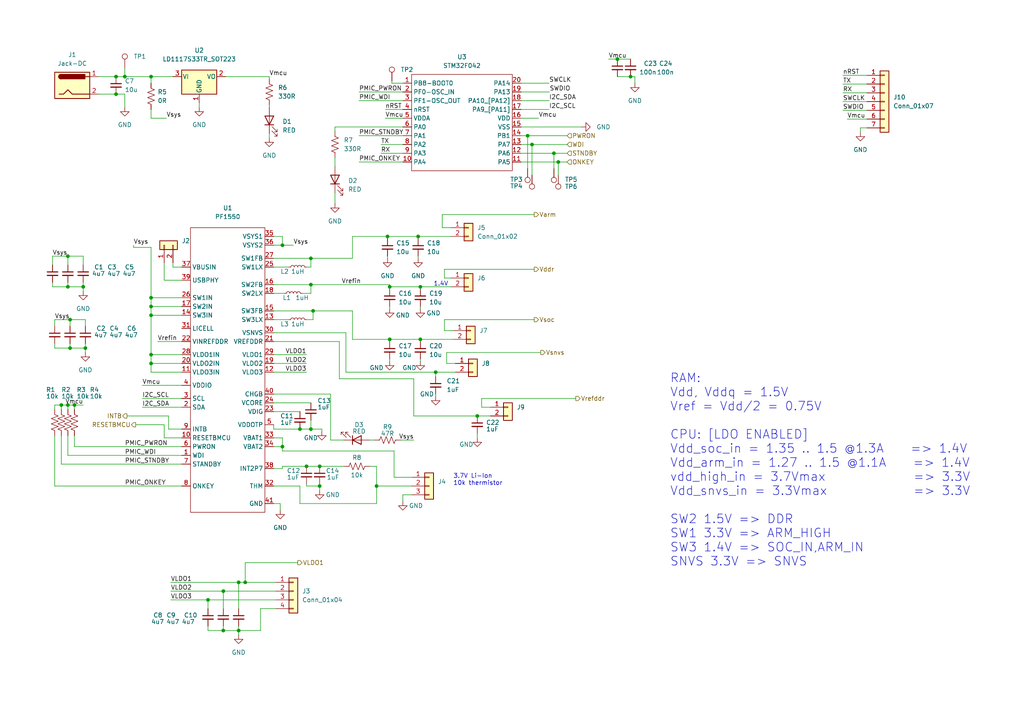
<source format=kicad_sch>
(kicad_sch (version 20211123) (generator eeschema)
  (paper "A4")
  (lib_symbols
    (symbol "Connector:Jack-DC" (pin_names (offset 1.016))
      (property "Reference" "J" (at 0 5.334 0))
      (property "Value" "Jack-DC" (at 0 -5.08 0))
      (symbol "Jack-DC_0_1"
        (rectangle (start -5.08 3.81) (end 5.08 -3.81) (stroke (width 0.254)) (fill (type background)))
        (arc (start -3.302 3.175) (mid -3.937 2.54) (end -3.302 1.905) (stroke (width 0.254)))
        (arc (start -3.302 3.175) (mid -3.937 2.54) (end -3.302 1.905) (stroke (width 0.254)) (fill (type outline)))
        (polyline (pts (xy 5.08 2.54) (xy 3.81 2.54)) (stroke (width 0.254)))
        (polyline (pts (xy -3.81 -2.54) (xy -2.54 -2.54) (xy -1.27 -1.27) (xy 0 -2.54) (xy 2.54 -2.54) (xy 5.08 -2.54)) (stroke (width 0.254)))
        (rectangle (start 3.683 3.175) (end -3.302 1.905) (stroke (width 0.254)) (fill (type outline)))
      )
      (symbol "Jack-DC_1_1"
        (pin passive line (at 7.62 2.54 180) (length 2.54) (name "~") (number "1"))
        (pin passive line (at 7.62 -2.54 180) (length 2.54) (name "~") (number "2"))
      )
    )
    (symbol "Connector:TestPoint" (pin_numbers hide) (pin_names (offset 0.762) hide)
      (property "Reference" "TP" (at 0 6.858 0))
      (property "Value" "TestPoint" (at 0 5.08 0))
      (symbol "TestPoint_0_1"
        (circle (center 0 3.302) (radius 0.762))
      )
      (symbol "TestPoint_1_1"
        (pin passive line (at 0 0 90) (length 2.54) (name "1") (number "1"))
      )
    )
    (symbol "Connector_Generic:Conn_01x02" (pin_names (offset 1.016) hide)
      (property "Reference" "J" (at 0 2.54 0))
      (property "Value" "Conn_01x02" (at 0 -5.08 0))
      (symbol "Conn_01x02_1_1"
        (rectangle (start -1.27 -2.413) (end 0 -2.667) (stroke (width 0.1524)))
        (rectangle (start -1.27 0.127) (end 0 -0.127) (stroke (width 0.1524)))
        (rectangle (start -1.27 1.27) (end 1.27 -3.81) (stroke (width 0.254)) (fill (type background)))
        (pin passive line (at -5.08 0 0) (length 3.81) (name "Pin_1") (number "1"))
        (pin passive line (at -5.08 -2.54 0) (length 3.81) (name "Pin_2") (number "2"))
      )
    )
    (symbol "Connector_Generic:Conn_01x03" (pin_names (offset 1.016) hide)
      (property "Reference" "J" (at 0 5.08 0))
      (property "Value" "Conn_01x03" (at 0 -5.08 0))
      (symbol "Conn_01x03_1_1"
        (rectangle (start -1.27 -2.413) (end 0 -2.667) (stroke (width 0.1524)))
        (rectangle (start -1.27 0.127) (end 0 -0.127) (stroke (width 0.1524)))
        (rectangle (start -1.27 2.667) (end 0 2.413) (stroke (width 0.1524)))
        (rectangle (start -1.27 3.81) (end 1.27 -3.81) (stroke (width 0.254)) (fill (type background)))
        (pin passive line (at -5.08 2.54 0) (length 3.81) (name "Pin_1") (number "1"))
        (pin passive line (at -5.08 0 0) (length 3.81) (name "Pin_2") (number "2"))
        (pin passive line (at -5.08 -2.54 0) (length 3.81) (name "Pin_3") (number "3"))
      )
    )
    (symbol "Connector_Generic:Conn_01x04" (pin_names (offset 1.016) hide)
      (property "Reference" "J" (at 0 5.08 0))
      (property "Value" "Conn_01x04" (at 0 -7.62 0))
      (symbol "Conn_01x04_1_1"
        (rectangle (start -1.27 -4.953) (end 0 -5.207) (stroke (width 0.1524)))
        (rectangle (start -1.27 -2.413) (end 0 -2.667) (stroke (width 0.1524)))
        (rectangle (start -1.27 0.127) (end 0 -0.127) (stroke (width 0.1524)))
        (rectangle (start -1.27 2.667) (end 0 2.413) (stroke (width 0.1524)))
        (rectangle (start -1.27 3.81) (end 1.27 -6.35) (stroke (width 0.254)) (fill (type background)))
        (pin passive line (at -5.08 2.54 0) (length 3.81) (name "Pin_1") (number "1"))
        (pin passive line (at -5.08 0 0) (length 3.81) (name "Pin_2") (number "2"))
        (pin passive line (at -5.08 -2.54 0) (length 3.81) (name "Pin_3") (number "3"))
        (pin passive line (at -5.08 -5.08 0) (length 3.81) (name "Pin_4") (number "4"))
      )
    )
    (symbol "Connector_Generic:Conn_01x07" (pin_names (offset 1.016) hide)
      (property "Reference" "J" (at 0 10.16 0))
      (property "Value" "Conn_01x07" (at 0 -10.16 0))
      (symbol "Conn_01x07_1_1"
        (rectangle (start -1.27 -7.493) (end 0 -7.747) (stroke (width 0.1524)))
        (rectangle (start -1.27 -4.953) (end 0 -5.207) (stroke (width 0.1524)))
        (rectangle (start -1.27 -2.413) (end 0 -2.667) (stroke (width 0.1524)))
        (rectangle (start -1.27 0.127) (end 0 -0.127) (stroke (width 0.1524)))
        (rectangle (start -1.27 2.667) (end 0 2.413) (stroke (width 0.1524)))
        (rectangle (start -1.27 5.207) (end 0 4.953) (stroke (width 0.1524)))
        (rectangle (start -1.27 7.747) (end 0 7.493) (stroke (width 0.1524)))
        (rectangle (start -1.27 8.89) (end 1.27 -8.89) (stroke (width 0.254)) (fill (type background)))
        (pin passive line (at -5.08 7.62 0) (length 3.81) (name "Pin_1") (number "1"))
        (pin passive line (at -5.08 5.08 0) (length 3.81) (name "Pin_2") (number "2"))
        (pin passive line (at -5.08 2.54 0) (length 3.81) (name "Pin_3") (number "3"))
        (pin passive line (at -5.08 0 0) (length 3.81) (name "Pin_4") (number "4"))
        (pin passive line (at -5.08 -2.54 0) (length 3.81) (name "Pin_5") (number "5"))
        (pin passive line (at -5.08 -5.08 0) (length 3.81) (name "Pin_6") (number "6"))
        (pin passive line (at -5.08 -7.62 0) (length 3.81) (name "Pin_7") (number "7"))
      )
    )
    (symbol "Device:C_Small" (pin_numbers hide) (pin_names (offset 0.254) hide)
      (property "Reference" "C" (at 0.254 1.778 0))
      (property "Value" "C_Small" (at 0.254 -2.032 0))
      (symbol "C_Small_0_1"
        (polyline (pts (xy -1.524 -0.508) (xy 1.524 -0.508)) (stroke (width 0.3302)))
        (polyline (pts (xy -1.524 0.508) (xy 1.524 0.508)) (stroke (width 0.3048)))
      )
      (symbol "C_Small_1_1"
        (pin passive line (at 0 2.54 270) (length 2.032) (name "~") (number "1"))
        (pin passive line (at 0 -2.54 90) (length 2.032) (name "~") (number "2"))
      )
    )
    (symbol "Device:LED" (pin_numbers hide) (pin_names (offset 1.016) hide)
      (property "Reference" "D" (at 0 2.54 0))
      (property "Value" "LED" (at 0 -2.54 0))
      (symbol "LED_0_1"
        (polyline (pts (xy -1.27 -1.27) (xy -1.27 1.27)) (stroke (width 0.254)))
        (polyline (pts (xy -1.27 0) (xy 1.27 0)))
        (polyline (pts (xy 1.27 -1.27) (xy 1.27 1.27) (xy -1.27 0) (xy 1.27 -1.27)) (stroke (width 0.254)))
        (polyline (pts (xy -3.048 -0.762) (xy -4.572 -2.286) (xy -3.81 -2.286) (xy -4.572 -2.286) (xy -4.572 -1.524)))
        (polyline (pts (xy -1.778 -0.762) (xy -3.302 -2.286) (xy -2.54 -2.286) (xy -3.302 -2.286) (xy -3.302 -1.524)))
      )
      (symbol "LED_1_1"
        (pin passive line (at -3.81 0 0) (length 2.54) (name "K") (number "1"))
        (pin passive line (at 3.81 0 180) (length 2.54) (name "A") (number "2"))
      )
    )
    (symbol "Device:L_Small" (pin_numbers hide) (pin_names (offset 0.254) hide)
      (property "Reference" "L" (at 0.762 1.016 0))
      (property "Value" "L_Small" (at 0.762 -1.016 0))
      (symbol "L_Small_0_1"
        (arc (start 0 -2.032) (mid 0.508 -1.524) (end 0 -1.016))
        (arc (start 0 -1.016) (mid 0.508 -0.508) (end 0 0))
        (arc (start 0 0) (mid 0.508 0.508) (end 0 1.016))
        (arc (start 0 1.016) (mid 0.508 1.524) (end 0 2.032))
      )
      (symbol "L_Small_1_1"
        (pin passive line (at 0 2.54 270) (length 0.508) (name "~") (number "1"))
        (pin passive line (at 0 -2.54 90) (length 0.508) (name "~") (number "2"))
      )
    )
    (symbol "Device:R_US" (pin_numbers hide) (pin_names (offset 0))
      (property "Reference" "R" (at 2.54 0 90))
      (property "Value" "R_US" (at -2.54 0 90))
      (symbol "R_US_0_1"
        (polyline (pts (xy 0 -2.286) (xy 0 -2.54)))
        (polyline (pts (xy 0 2.286) (xy 0 2.54)))
        (polyline (pts (xy 0 -0.762) (xy 1.016 -1.143) (xy 0 -1.524) (xy -1.016 -1.905) (xy 0 -2.286)))
        (polyline (pts (xy 0 0.762) (xy 1.016 0.381) (xy 0 0) (xy -1.016 -0.381) (xy 0 -0.762)))
        (polyline (pts (xy 0 2.286) (xy 1.016 1.905) (xy 0 1.524) (xy -1.016 1.143) (xy 0 0.762)))
      )
      (symbol "R_US_1_1"
        (pin passive line (at 0 3.81 270) (length 1.27) (name "~") (number "1"))
        (pin passive line (at 0 -3.81 90) (length 1.27) (name "~") (number "2"))
      )
    )
    (symbol "Regulator_Linear:LD1117S33TR_SOT223" (pin_names (offset 0.254))
      (property "Reference" "U" (at -3.81 3.175 0))
      (property "Value" "LD1117S33TR_SOT223" (at 0 3.175 0))
      (symbol "LD1117S33TR_SOT223_0_1"
        (rectangle (start -5.08 -5.08) (end 5.08 1.905) (stroke (width 0.254)) (fill (type background)))
      )
      (symbol "LD1117S33TR_SOT223_1_1"
        (pin power_in line (at 0 -7.62 90) (length 2.54) (name "GND") (number "1"))
        (pin power_out line (at 7.62 0 180) (length 2.54) (name "VO") (number "2"))
        (pin power_in line (at -7.62 0 0) (length 2.54) (name "VI") (number "3"))
      )
    )
    (symbol "power:GND" (power) (pin_names (offset 0))
      (property "Value" "GND" (at 0 -3.81 0))
      (symbol "GND_0_1"
        (polyline (pts (xy 0 0) (xy 0 -1.27) (xy 1.27 -1.27) (xy 0 -2.54) (xy -1.27 -1.27) (xy 0 -1.27)))
      )
      (symbol "GND_1_1"
        (pin power_in line (at 0 0 270) (length 0) hide (name "GND") (number "1"))
      )
    )
    (symbol "zbop:PF1550"
      (property "Reference" "U" (at 0 0 0))
      (property "Value" "PF1550" (at 0 0 0))
      (symbol "PF1550_0_1"
        (rectangle (start 21.59 -83.82) (end 0 -1.27))
      )
      (symbol "PF1550_1_1"
        (pin input line (at -2.54 -67.31 0) (length 2.54) (name "WDI") (number "1"))
        (pin input line (at -2.54 -62.23 0) (length 2.54) (name "RESETBMCU") (number "10"))
        (pin input line (at -2.54 -43.18 0) (length 2.54) (name "VLDO3IN") (number "11"))
        (pin input line (at 24.13 -43.18 180) (length 2.54) (name "VLDO3") (number "12"))
        (pin input line (at 24.13 -27.94 180) (length 2.54) (name "SW3LX") (number "13"))
        (pin input line (at -2.54 -26.67 0) (length 2.54) (name "SW3IN") (number "14"))
        (pin input line (at 24.13 -25.4 180) (length 2.54) (name "SW3FB") (number "15"))
        (pin input line (at 24.13 -17.78 180) (length 2.54) (name "SW2FB") (number "16"))
        (pin input line (at -2.54 -24.13 0) (length 2.54) (name "SW2IN") (number "17"))
        (pin input line (at 24.13 -20.32 180) (length 2.54) (name "SW2LX") (number "18"))
        (pin input line (at 24.13 -40.64 180) (length 2.54) (name "VLDO2") (number "19"))
        (pin input line (at -2.54 -53.34 0) (length 2.54) (name "SDA") (number "2"))
        (pin input line (at -2.54 -40.64 0) (length 2.54) (name "VLDO2IN") (number "20"))
        (pin input line (at 24.13 -34.29 180) (length 2.54) (name "VREFDDR") (number "21"))
        (pin input line (at -2.54 -34.29 0) (length 2.54) (name "VINREFDDR") (number "22"))
        (pin input line (at 24.13 -54.61 180) (length 2.54) (name "VDIG") (number "23"))
        (pin input line (at 24.13 -52.07 180) (length 2.54) (name "VCORE") (number "24"))
        (pin input line (at 24.13 -12.7 180) (length 2.54) (name "SW1LX") (number "25"))
        (pin input line (at -2.54 -21.59 0) (length 2.54) (name "SW1IN") (number "26"))
        (pin input line (at 24.13 -10.16 180) (length 2.54) (name "SW1FB") (number "27"))
        (pin input line (at -2.54 -38.1 0) (length 2.54) (name "VLDO1IN") (number "28"))
        (pin input line (at 24.13 -38.1 180) (length 2.54) (name "VLDO1") (number "29"))
        (pin input line (at -2.54 -50.8 0) (length 2.54) (name "SCL") (number "3"))
        (pin input line (at 24.13 -31.75 180) (length 2.54) (name "VSNVS") (number "30"))
        (pin input line (at -2.54 -30.48 0) (length 2.54) (name "LICELL") (number "31"))
        (pin input line (at 24.13 -76.2 180) (length 2.54) (name "THM") (number "32"))
        (pin input line (at 24.13 -62.23 180) (length 2.54) (name "VBAT1") (number "33"))
        (pin input line (at 24.13 -64.77 180) (length 2.54) (name "VBAT2") (number "34"))
        (pin input line (at 24.13 -3.81 180) (length 2.54) (name "VSYS1") (number "35"))
        (pin input line (at 24.13 -6.35 180) (length 2.54) (name "VSYS2") (number "36"))
        (pin input line (at -2.54 -12.7 0) (length 2.54) (name "VBUSIN") (number "37"))
        (pin input line (at 24.13 -71.12 180) (length 2.54) (name "INT2P7") (number "38"))
        (pin input line (at -2.54 -16.51 0) (length 2.54) (name "USBPHY") (number "39"))
        (pin input line (at -2.54 -46.99 0) (length 2.54) (name "VDDIO") (number "4"))
        (pin input line (at 24.13 -49.53 180) (length 2.54) (name "CHGB") (number "40"))
        (pin input line (at 24.13 -81.28 180) (length 2.54) (name "GND") (number "41"))
        (pin input line (at 24.13 -58.42 180) (length 2.54) (name "VDDOTP") (number "5"))
        (pin input line (at -2.54 -64.77 0) (length 2.54) (name "PWRON") (number "6"))
        (pin input line (at -2.54 -69.85 0) (length 2.54) (name "STANDBY") (number "7"))
        (pin input line (at -2.54 -76.2 0) (length 2.54) (name "ONKEY") (number "8"))
        (pin input line (at -2.54 -59.69 0) (length 2.54) (name "INTB") (number "9"))
      )
    )
    (symbol "zbop:STM32F042"
      (property "Reference" "U" (at 0 0 0))
      (property "Value" "STM32F042" (at 0 1.27 0))
      (symbol "STM32F042_0_1"
        (rectangle (start -16.51 -30.48) (end 12.7 -2.54))
      )
      (symbol "STM32F042_1_1"
        (pin input line (at -19.05 -5.08 0) (length 2.54) (name "PB8-BOOT0") (number "1"))
        (pin input line (at -19.05 -27.94 0) (length 2.54) (name "PA4") (number "10"))
        (pin input line (at 15.24 -27.94 180) (length 2.54) (name "PA5") (number "11"))
        (pin input line (at 15.24 -25.4 180) (length 2.54) (name "PA6") (number "12"))
        (pin input line (at 15.24 -22.86 180) (length 2.54) (name "PA7") (number "13"))
        (pin input line (at 15.24 -20.32 180) (length 2.54) (name "PB1") (number "14"))
        (pin input line (at 15.24 -17.78 180) (length 2.54) (name "VSS") (number "15"))
        (pin input line (at 15.24 -15.24 180) (length 2.54) (name "VDD") (number "16"))
        (pin input line (at 15.24 -12.7 180) (length 2.54) (name "PA9_[PA11]") (number "17"))
        (pin input line (at 15.24 -10.16 180) (length 2.54) (name "PA10_[PA12]") (number "18"))
        (pin input line (at 15.24 -7.62 180) (length 2.54) (name "PA13") (number "19"))
        (pin input line (at -19.05 -7.62 0) (length 2.54) (name "PF0-OSC_IN") (number "2"))
        (pin input line (at 15.24 -5.08 180) (length 2.54) (name "PA14") (number "20"))
        (pin input line (at -19.05 -10.16 0) (length 2.54) (name "PF1-OSC_OUT") (number "3"))
        (pin input line (at -19.05 -12.7 0) (length 2.54) (name "nRST") (number "4"))
        (pin input line (at -19.05 -15.24 0) (length 2.54) (name "VDDA") (number "5"))
        (pin input line (at -19.05 -17.78 0) (length 2.54) (name "PA0") (number "6"))
        (pin input line (at -19.05 -20.32 0) (length 2.54) (name "PA1") (number "7"))
        (pin input line (at -19.05 -22.86 0) (length 2.54) (name "PA2") (number "8"))
        (pin input line (at -19.05 -25.4 0) (length 2.54) (name "PA3") (number "9"))
      )
    )
  )
  (junction (at 113.03 83.185))
  (junction (at 92.71 140.97))
  (junction (at 153.035 39.37))
  (junction (at 20.32 100.965))
  (junction (at 20.32 92.71))
  (junction (at 161.925 46.99))
  (junction (at 182.88 22.225))
  (junction (at 43.815 105.41))
  (junction (at 43.815 88.9))
  (junction (at 17.78 117.475))
  (junction (at 138.43 120.65))
  (junction (at 179.07 17.145))
  (junction (at 43.815 22.225))
  (junction (at 64.77 182.88))
  (junction (at 81.915 71.12))
  (junction (at 19.685 117.475))
  (junction (at 121.92 83.185))
  (junction (at 81.915 129.54))
  (junction (at 90.17 82.55))
  (junction (at 88.9 135.255))
  (junction (at 21.59 117.475))
  (junction (at 64.77 171.45))
  (junction (at 126.365 107.95))
  (junction (at 90.17 124.46))
  (junction (at 113.03 98.425))
  (junction (at 69.215 168.91))
  (junction (at 71.12 168.91))
  (junction (at 160.655 44.45))
  (junction (at 121.285 68.58))
  (junction (at 92.71 135.255))
  (junction (at 86.995 124.46))
  (junction (at 69.215 182.88))
  (junction (at 121.92 98.425))
  (junction (at 19.685 83.185))
  (junction (at 43.815 102.87))
  (junction (at 33.655 27.305))
  (junction (at 90.17 74.93))
  (junction (at 112.395 68.58))
  (junction (at 36.195 22.225))
  (junction (at 33.655 22.225))
  (junction (at 43.815 86.36))
  (junction (at 154.305 41.91))
  (junction (at 90.805 90.17))
  (junction (at 43.815 91.44))
  (junction (at 24.765 100.965))
  (junction (at 109.22 140.97))
  (junction (at 24.13 83.185))
  (junction (at 19.685 74.295))
  (junction (at 60.325 173.99))
  (wire (pts (xy 60.325 173.99) (xy 80.01 173.99)))
  (wire (pts (xy 110.49 44.45) (xy 116.84 44.45)))
  (wire (pts (xy 78.105 30.48) (xy 78.105 31.115)))
  (wire (pts (xy 15.24 74.295) (xy 19.685 74.295)))
  (wire (pts (xy 78.105 38.735) (xy 78.105 40.005)))
  (wire (pts (xy 81.915 135.89) (xy 81.915 135.255)))
  (wire (pts (xy 20.32 92.71) (xy 20.32 94.615)))
  (wire (pts (xy 184.15 22.225) (xy 184.15 24.13)))
  (wire (pts (xy 41.275 111.76) (xy 52.705 111.76)))
  (wire (pts (xy 43.815 105.41) (xy 52.705 105.41)))
  (wire (pts (xy 182.88 22.225) (xy 184.15 22.225)))
  (wire (pts (xy 120.015 120.65) (xy 138.43 120.65)))
  (wire (pts (xy 79.375 74.93) (xy 90.17 74.93)))
  (wire (pts (xy 15.875 118.745) (xy 15.875 117.475)))
  (wire (pts (xy 24.765 92.71) (xy 20.32 92.71)))
  (wire (pts (xy 151.13 36.83) (xy 168.656 36.83)))
  (wire (pts (xy 90.17 74.93) (xy 102.235 74.93)))
  (wire (pts (xy 49.53 168.91) (xy 69.215 168.91)))
  (wire (pts (xy 110.49 41.91) (xy 116.84 41.91)))
  (wire (pts (xy 41.275 115.57) (xy 52.705 115.57)))
  (wire (pts (xy 43.815 34.29) (xy 48.26 34.29)))
  (wire (pts (xy 79.375 90.17) (xy 90.805 90.17)))
  (wire (pts (xy 128.27 66.04) (xy 128.27 62.23)))
  (wire (pts (xy 65.405 22.225) (xy 78.105 22.225)))
  (wire (pts (xy 19.685 126.365) (xy 19.685 132.08)))
  (wire (pts (xy 79.375 102.87) (xy 88.9 102.87)))
  (wire (pts (xy 128.905 95.885) (xy 128.905 92.71)))
  (wire (pts (xy 90.805 90.17) (xy 90.805 92.71)))
  (wire (pts (xy 92.71 140.97) (xy 92.71 142.24)))
  (wire (pts (xy 251.46 37.084) (xy 249.555 37.084)))
  (wire (pts (xy 43.815 88.9) (xy 43.815 86.36)))
  (wire (pts (xy 151.13 31.75) (xy 159.258 31.75)))
  (wire (pts (xy 43.815 31.75) (xy 43.815 34.29)))
  (wire (pts (xy 109.22 146.05) (xy 109.22 140.97)))
  (wire (pts (xy 154.305 41.91) (xy 154.305 50.8)))
  (wire (pts (xy 69.215 168.91) (xy 69.215 176.53)))
  (wire (pts (xy 113.03 88.9) (xy 113.03 89.535)))
  (wire (pts (xy 113.03 98.425) (xy 113.03 99.06)))
  (wire (pts (xy 95.885 114.3) (xy 95.885 127.635)))
  (wire (pts (xy 160.655 44.45) (xy 164.465 44.45)))
  (wire (pts (xy 79.375 124.46) (xy 86.995 124.46)))
  (wire (pts (xy 128.905 80.645) (xy 130.81 80.645)))
  (wire (pts (xy 86.995 146.05) (xy 109.22 146.05)))
  (wire (pts (xy 128.905 92.71) (xy 154.94 92.71)))
  (wire (pts (xy 112.395 74.295) (xy 112.395 74.93)))
  (wire (pts (xy 131.445 95.885) (xy 128.905 95.885)))
  (wire (pts (xy 154.305 41.91) (xy 164.465 41.91)))
  (wire (pts (xy 120.015 109.855) (xy 120.015 120.65)))
  (wire (pts (xy 130.81 66.04) (xy 128.27 66.04)))
  (wire (pts (xy 119.38 143.51) (xy 116.84 143.51)))
  (wire (pts (xy 15.24 81.915) (xy 15.24 83.185)))
  (wire (pts (xy 79.375 92.71) (xy 83.82 92.71)))
  (wire (pts (xy 79.375 119.38) (xy 86.995 119.38)))
  (wire (pts (xy 15.875 117.475) (xy 17.78 117.475)))
  (wire (pts (xy 24.13 81.915) (xy 24.13 83.185)))
  (wire (pts (xy 244.475 32.004) (xy 251.46 32.004)))
  (wire (pts (xy 90.17 77.47) (xy 88.9 77.47)))
  (wire (pts (xy 128.905 80.645) (xy 128.905 78.105)))
  (wire (pts (xy 19.685 132.08) (xy 52.705 132.08)))
  (wire (pts (xy 160.655 44.45) (xy 160.655 48.895)))
  (wire (pts (xy 50.165 77.47) (xy 50.165 76.2)))
  (wire (pts (xy 28.575 22.225) (xy 33.655 22.225)))
  (wire (pts (xy 88.9 140.97) (xy 92.71 140.97)))
  (wire (pts (xy 24.765 94.615) (xy 24.765 92.71)))
  (wire (pts (xy 126.365 107.95) (xy 132.08 107.95)))
  (wire (pts (xy 88.9 135.255) (xy 92.71 135.255)))
  (wire (pts (xy 151.13 29.21) (xy 159.258 29.21)))
  (wire (pts (xy 43.815 86.36) (xy 52.705 86.36)))
  (wire (pts (xy 153.035 39.37) (xy 153.035 48.895)))
  (wire (pts (xy 90.17 124.46) (xy 93.345 124.46)))
  (wire (pts (xy 121.92 98.425) (xy 121.92 99.06)))
  (wire (pts (xy 64.77 182.88) (xy 69.215 182.88)))
  (wire (pts (xy 33.655 27.305) (xy 36.195 27.305)))
  (wire (pts (xy 142.24 118.11) (xy 139.7 118.11)))
  (wire (pts (xy 33.655 22.225) (xy 36.195 22.225)))
  (wire (pts (xy 97.155 36.83) (xy 97.155 38.1)))
  (wire (pts (xy 104.14 39.37) (xy 116.84 39.37)))
  (wire (pts (xy 109.22 140.97) (xy 119.38 140.97)))
  (wire (pts (xy 79.375 105.41) (xy 88.9 105.41)))
  (wire (pts (xy 153.035 39.37) (xy 164.465 39.37)))
  (wire (pts (xy 126.365 114.3) (xy 126.365 114.935)))
  (wire (pts (xy 102.235 90.17) (xy 102.235 98.425)))
  (wire (pts (xy 19.685 117.475) (xy 19.685 118.745)))
  (wire (pts (xy 121.285 68.58) (xy 121.285 69.215)))
  (wire (pts (xy 109.22 140.97) (xy 109.22 135.255)))
  (wire (pts (xy 129.54 102.235) (xy 156.845 102.235)))
  (wire (pts (xy 79.375 82.55) (xy 90.17 82.55)))
  (wire (pts (xy 43.815 102.87) (xy 52.705 102.87)))
  (wire (pts (xy 69.215 181.61) (xy 69.215 182.88)))
  (wire (pts (xy 113.665 24.13) (xy 113.665 23.495)))
  (wire (pts (xy 43.815 91.44) (xy 52.705 91.44)))
  (wire (pts (xy 79.375 129.54) (xy 81.915 129.54)))
  (wire (pts (xy 121.285 74.295) (xy 121.285 74.93)))
  (wire (pts (xy 81.915 135.255) (xy 88.9 135.255)))
  (wire (pts (xy 112.395 68.58) (xy 112.395 69.215)))
  (wire (pts (xy 64.77 181.61) (xy 64.77 182.88)))
  (wire (pts (xy 88.9 92.71) (xy 90.805 92.71)))
  (wire (pts (xy 249.555 37.084) (xy 249.555 38.354)))
  (wire (pts (xy 138.43 120.65) (xy 142.24 120.65)))
  (wire (pts (xy 151.13 46.99) (xy 161.925 46.99)))
  (wire (pts (xy 15.875 100.965) (xy 20.32 100.965)))
  (wire (pts (xy 43.815 91.44) (xy 43.815 102.87)))
  (wire (pts (xy 251.46 26.924) (xy 244.475 26.924)))
  (wire (pts (xy 79.375 146.05) (xy 81.28 146.05)))
  (wire (pts (xy 121.92 88.9) (xy 121.92 89.535)))
  (wire (pts (xy 244.475 21.844) (xy 251.46 21.844)))
  (wire (pts (xy 100.33 96.52) (xy 100.33 107.95)))
  (wire (pts (xy 69.215 168.91) (xy 71.12 168.91)))
  (wire (pts (xy 38.735 71.12) (xy 38.735 71.755)))
  (wire (pts (xy 79.375 123.19) (xy 79.375 124.46)))
  (wire (pts (xy 79.375 71.12) (xy 81.915 71.12)))
  (wire (pts (xy 90.17 82.55) (xy 113.03 82.55)))
  (wire (pts (xy 24.765 100.965) (xy 24.765 102.235)))
  (wire (pts (xy 19.685 81.915) (xy 19.685 83.185)))
  (wire (pts (xy 45.72 99.06) (xy 52.705 99.06)))
  (wire (pts (xy 102.235 68.58) (xy 112.395 68.58)))
  (wire (pts (xy 49.53 171.45) (xy 64.77 171.45)))
  (wire (pts (xy 47.625 81.28) (xy 47.625 76.2)))
  (wire (pts (xy 19.685 74.295) (xy 24.13 74.295)))
  (wire (pts (xy 21.59 129.54) (xy 52.705 129.54)))
  (wire (pts (xy 20.32 100.965) (xy 24.765 100.965)))
  (wire (pts (xy 151.13 39.37) (xy 153.035 39.37)))
  (wire (pts (xy 99.695 127.635) (xy 95.885 127.635)))
  (wire (pts (xy 43.815 22.225) (xy 43.815 24.13)))
  (wire (pts (xy 121.92 104.14) (xy 121.92 104.775)))
  (wire (pts (xy 60.325 181.61) (xy 60.325 182.88)))
  (wire (pts (xy 57.785 29.845) (xy 57.785 31.115)))
  (wire (pts (xy 176.53 17.145) (xy 179.07 17.145)))
  (wire (pts (xy 79.375 127) (xy 81.915 127)))
  (wire (pts (xy 113.03 82.55) (xy 113.03 83.185)))
  (wire (pts (xy 75.565 182.88) (xy 69.215 182.88)))
  (wire (pts (xy 24.13 74.295) (xy 24.13 76.835)))
  (wire (pts (xy 138.43 125.73) (xy 138.43 127)))
  (wire (pts (xy 21.59 118.745) (xy 21.59 117.475)))
  (wire (pts (xy 132.08 105.41) (xy 129.54 105.41)))
  (wire (pts (xy 47.625 127) (xy 47.625 123.19)))
  (wire (pts (xy 97.155 45.72) (xy 97.155 48.26)))
  (wire (pts (xy 98.425 99.06) (xy 98.425 109.855)))
  (wire (pts (xy 104.14 46.99) (xy 116.84 46.99)))
  (wire (pts (xy 81.915 68.58) (xy 81.915 71.12)))
  (wire (pts (xy 151.13 24.13) (xy 159.258 24.13)))
  (wire (pts (xy 90.17 85.09) (xy 87.63 85.09)))
  (wire (pts (xy 151.13 26.67) (xy 159.385 26.67)))
  (wire (pts (xy 79.375 116.84) (xy 90.17 116.84)))
  (wire (pts (xy 79.375 135.89) (xy 81.915 135.89)))
  (wire (pts (xy 151.13 34.29) (xy 156.21 34.29)))
  (wire (pts (xy 81.915 71.12) (xy 85.09 71.12)))
  (wire (pts (xy 60.325 173.99) (xy 60.325 176.53)))
  (wire (pts (xy 139.7 118.11) (xy 139.7 115.57)))
  (wire (pts (xy 79.375 68.58) (xy 81.915 68.58)))
  (wire (pts (xy 15.875 140.97) (xy 52.705 140.97)))
  (wire (pts (xy 244.475 29.464) (xy 251.46 29.464)))
  (wire (pts (xy 28.575 27.305) (xy 33.655 27.305)))
  (wire (pts (xy 15.24 83.185) (xy 19.685 83.185)))
  (wire (pts (xy 52.705 107.95) (xy 43.815 107.95)))
  (wire (pts (xy 161.925 46.99) (xy 161.925 50.8)))
  (wire (pts (xy 36.83 120.65) (xy 48.895 120.65)))
  (wire (pts (xy 111.76 34.29) (xy 116.84 34.29)))
  (wire (pts (xy 104.14 29.21) (xy 116.84 29.21)))
  (wire (pts (xy 36.195 19.685) (xy 36.195 22.225)))
  (wire (pts (xy 36.195 27.305) (xy 36.195 31.115)))
  (wire (pts (xy 112.395 68.58) (xy 121.285 68.58)))
  (wire (pts (xy 151.13 41.91) (xy 154.305 41.91)))
  (wire (pts (xy 64.77 171.45) (xy 64.77 176.53)))
  (wire (pts (xy 90.805 90.17) (xy 102.235 90.17)))
  (wire (pts (xy 92.71 140.335) (xy 92.71 140.97)))
  (wire (pts (xy 119.38 138.43) (xy 114.3 138.43)))
  (wire (pts (xy 21.59 126.365) (xy 21.59 129.54)))
  (wire (pts (xy 79.375 140.97) (xy 86.995 140.97)))
  (wire (pts (xy 86.995 140.97) (xy 86.995 146.05)))
  (wire (pts (xy 116.84 143.51) (xy 116.84 145.415)))
  (wire (pts (xy 15.875 94.615) (xy 15.875 92.71)))
  (wire (pts (xy 43.815 71.755) (xy 38.735 71.755)))
  (wire (pts (xy 113.03 83.185) (xy 121.92 83.185)))
  (wire (pts (xy 97.155 55.88) (xy 97.155 59.055)))
  (wire (pts (xy 121.285 68.58) (xy 130.81 68.58)))
  (wire (pts (xy 151.13 44.45) (xy 160.655 44.45)))
  (wire (pts (xy 121.92 83.185) (xy 121.92 83.82)))
  (wire (pts (xy 93.345 124.46) (xy 93.345 125.095)))
  (wire (pts (xy 86.995 124.46) (xy 90.17 124.46)))
  (wire (pts (xy 20.32 99.695) (xy 20.32 100.965)))
  (wire (pts (xy 52.705 124.46) (xy 48.895 124.46)))
  (wire (pts (xy 121.92 83.185) (xy 130.81 83.185)))
  (wire (pts (xy 43.815 71.755) (xy 43.815 86.36)))
  (wire (pts (xy 81.915 127) (xy 81.915 129.54)))
  (wire (pts (xy 102.235 98.425) (xy 113.03 98.425)))
  (wire (pts (xy 92.71 135.255) (xy 99.695 135.255)))
  (wire (pts (xy 52.705 127) (xy 47.625 127)))
  (wire (pts (xy 49.53 173.99) (xy 60.325 173.99)))
  (wire (pts (xy 43.815 91.44) (xy 43.815 88.9)))
  (wire (pts (xy 52.705 118.11) (xy 41.275 118.11)))
  (wire (pts (xy 79.375 77.47) (xy 83.82 77.47)))
  (wire (pts (xy 36.195 22.225) (xy 43.815 22.225)))
  (wire (pts (xy 75.565 176.53) (xy 75.565 182.88)))
  (wire (pts (xy 64.77 171.45) (xy 80.01 171.45)))
  (wire (pts (xy 21.59 117.475) (xy 24.13 117.475)))
  (wire (pts (xy 113.03 83.185) (xy 113.03 83.82)))
  (wire (pts (xy 114.3 138.43) (xy 114.3 130.81)))
  (wire (pts (xy 90.17 74.93) (xy 90.17 77.47)))
  (wire (pts (xy 126.365 107.95) (xy 126.365 109.22)))
  (wire (pts (xy 17.78 126.365) (xy 17.78 134.62)))
  (wire (pts (xy 100.33 107.95) (xy 126.365 107.95)))
  (wire (pts (xy 69.215 182.88) (xy 69.215 184.15)))
  (wire (pts (xy 15.24 76.835) (xy 15.24 74.295)))
  (wire (pts (xy 88.9 140.335) (xy 88.9 140.97)))
  (wire (pts (xy 113.03 104.14) (xy 113.03 104.775)))
  (wire (pts (xy 71.12 168.91) (xy 80.01 168.91)))
  (wire (pts (xy 121.92 98.425) (xy 131.445 98.425)))
  (wire (pts (xy 79.375 107.95) (xy 88.9 107.95)))
  (wire (pts (xy 98.425 109.855) (xy 120.015 109.855)))
  (wire (pts (xy 15.875 99.695) (xy 15.875 100.965)))
  (wire (pts (xy 129.54 105.41) (xy 129.54 102.235)))
  (wire (pts (xy 43.815 107.95) (xy 43.815 105.41)))
  (wire (pts (xy 24.765 99.695) (xy 24.765 100.965)))
  (wire (pts (xy 52.705 81.28) (xy 47.625 81.28)))
  (wire (pts (xy 245.745 34.544) (xy 251.46 34.544)))
  (wire (pts (xy 79.375 114.3) (xy 95.885 114.3)))
  (wire (pts (xy 71.12 168.91) (xy 71.12 163.195)))
  (wire (pts (xy 116.84 31.75) (xy 111.76 31.75)))
  (wire (pts (xy 116.84 24.13) (xy 113.665 24.13)))
  (wire (pts (xy 80.01 176.53) (xy 75.565 176.53)))
  (wire (pts (xy 19.685 117.475) (xy 21.59 117.475)))
  (wire (pts (xy 139.7 115.57) (xy 167.005 115.57)))
  (wire (pts (xy 116.205 127.635) (xy 120.015 127.635)))
  (wire (pts (xy 179.07 17.145) (xy 182.88 17.145)))
  (wire (pts (xy 81.915 129.54) (xy 81.915 130.81)))
  (wire (pts (xy 102.235 74.93) (xy 102.235 68.58)))
  (wire (pts (xy 17.78 117.475) (xy 17.78 118.745)))
  (wire (pts (xy 52.705 77.47) (xy 50.165 77.47)))
  (wire (pts (xy 128.27 62.23) (xy 154.94 62.23)))
  (wire (pts (xy 60.325 182.88) (xy 64.77 182.88)))
  (wire (pts (xy 39.37 123.19) (xy 47.625 123.19)))
  (wire (pts (xy 48.895 124.46) (xy 48.895 120.65)))
  (wire (pts (xy 17.78 134.62) (xy 52.705 134.62)))
  (wire (pts (xy 71.12 163.195) (xy 86.36 163.195)))
  (wire (pts (xy 79.375 85.09) (xy 82.55 85.09)))
  (wire (pts (xy 81.915 130.81) (xy 114.3 130.81)))
  (wire (pts (xy 90.17 82.55) (xy 90.17 85.09)))
  (wire (pts (xy 104.14 26.67) (xy 116.84 26.67)))
  (wire (pts (xy 17.78 117.475) (xy 19.685 117.475)))
  (wire (pts (xy 116.84 36.83) (xy 97.155 36.83)))
  (wire (pts (xy 107.315 135.255) (xy 109.22 135.255)))
  (wire (pts (xy 20.32 92.71) (xy 15.875 92.71)))
  (wire (pts (xy 43.815 88.9) (xy 52.705 88.9)))
  (wire (pts (xy 79.375 96.52) (xy 100.33 96.52)))
  (wire (pts (xy 244.475 24.384) (xy 251.46 24.384)))
  (wire (pts (xy 128.905 78.105) (xy 154.94 78.105)))
  (wire (pts (xy 81.28 146.05) (xy 81.28 147.955)))
  (wire (pts (xy 19.685 83.185) (xy 24.13 83.185)))
  (wire (pts (xy 43.815 105.41) (xy 43.815 102.87)))
  (wire (pts (xy 15.875 126.365) (xy 15.875 140.97)))
  (wire (pts (xy 161.925 46.99) (xy 164.465 46.99)))
  (wire (pts (xy 78.105 22.225) (xy 78.105 22.86)))
  (wire (pts (xy 24.13 83.185) (xy 24.13 84.455)))
  (wire (pts (xy 179.07 22.225) (xy 182.88 22.225)))
  (wire (pts (xy 79.375 99.06) (xy 98.425 99.06)))
  (wire (pts (xy 19.685 76.835) (xy 19.685 74.295)))
  (wire (pts (xy 90.17 121.92) (xy 90.17 124.46)))
  (wire (pts (xy 107.315 127.635) (xy 108.585 127.635)))
  (wire (pts (xy 43.815 22.225) (xy 50.165 22.225)))
  (wire (pts (xy 113.03 98.425) (xy 121.92 98.425)))
  (text "RAM:\nVdd, Vddq = 1.5V\nVref = Vdd/2 = 0.75V\n\nCPU: [LDO ENABLED]\nVdd_soc_in = 1.35 .. 1.5 @1.3A    => 1.4V\nVdd_arm_in = 1.27 .. 1.5 @1.1A    => 1.4V\nvdd_high_in = 3.7Vmax 		=> 3.3V\nVdd_snvs_in = 3.3Vmax		=> 3.3V\n\nSW2 1.5V => DDR\nSW1 3.3V => ARM_HIGH\nSW3 1.4V => SOC_IN,ARM_IN\nSNVS 3.3V => SNVS\n" (at 194.31 164.465 0) (effects (font (size 2.54 2.54)) (justify left bottom)))
  (text "3.7V Li-Ion\n10k thermistor" (at 131.445 140.97 0) (effects (font (size 1.27 1.27)) (justify left bottom)))
  (text "1.4V" (at 125.73 83.185 0) (effects (font (size 1.27 1.27)) (justify left bottom)))
  (label "Vmcu" (at 176.53 17.145 0))
  (label "PMIC_ONKEY" (at 36.195 140.97 0))
  (label "VLDO2" (at 88.9 105.41 180))
  (label "Vmcu" (at 78.105 22.225 0))
  (label "SWCLK" (at 244.475 29.464 0))
  (label "PMIC_WDI" (at 104.14 29.21 0))
  (label "Vsys" (at 15.24 74.295 0))
  (label "Vmcu" (at 245.745 34.544 0))
  (label "I2C_SDA" (at 159.258 29.21 0))
  (label "Vrefin" (at 45.72 99.06 0))
  (label "VLDO1" (at 88.9 102.87 180))
  (label "Vrefin" (at 99.06 82.55 0))
  (label "SWDIO" (at 244.475 32.004 0))
  (label "Vsys" (at 120.015 127.635 180))
  (label "VLDO3" (at 49.53 173.99 0))
  (label "Vmcu" (at 24.13 117.475 180))
  (label "Vmcu" (at 41.275 111.76 0))
  (label "PMIC_STNDBY" (at 36.195 134.62 0))
  (label "RX" (at 244.475 26.924 0))
  (label "PMIC_PWRON" (at 36.195 129.54 0))
  (label "nRST" (at 111.76 31.75 0))
  (label "Vsys" (at 85.09 71.12 0))
  (label "I2C_SCL" (at 159.258 31.75 0))
  (label "VLDO1" (at 49.53 168.91 0))
  (label "I2C_SDA" (at 41.275 118.11 0))
  (label "VLDO3" (at 88.9 107.95 180))
  (label "Vsys" (at 38.735 71.12 0))
  (label "I2C_SCL" (at 41.275 115.57 0))
  (label "PMIC_PWRON" (at 104.14 26.67 0))
  (label "Vmcu" (at 156.21 34.29 0))
  (label "Vsys" (at 48.26 34.29 0))
  (label "PMIC_STNDBY" (at 104.14 39.37 0))
  (label "SWCLK" (at 159.258 24.13 0))
  (label "RX" (at 110.49 44.45 0))
  (label "Vsys" (at 15.875 92.71 0))
  (label "PMIC_ONKEY" (at 104.14 46.99 0))
  (label "Vmcu" (at 111.76 34.29 0))
  (label "SWDIO" (at 159.385 26.67 0))
  (label "TX" (at 110.49 41.91 0))
  (label "TX" (at 244.475 24.384 0))
  (label "VLDO2" (at 49.53 171.45 0))
  (label "nRST" (at 244.475 21.844 0))
  (label "PMIC_WDI" (at 36.195 132.08 0))
  (hierarchical_label "STNDBY" (shape input) (at 164.465 44.45 0))
  (hierarchical_label "ONKEY" (shape input) (at 164.465 46.99 0))
  (hierarchical_label "Vrefddr" (shape output) (at 167.005 115.57 0))
  (hierarchical_label "Vddr" (shape output) (at 154.94 78.105 0))
  (hierarchical_label "INTB" (shape output) (at 36.83 120.65 180))
  (hierarchical_label "WDI" (shape input) (at 164.465 41.91 0))
  (hierarchical_label "VLDO1" (shape output) (at 86.36 163.195 0))
  (hierarchical_label "Vsoc" (shape output) (at 154.94 92.71 0))
  (hierarchical_label "PWRON" (shape input) (at 164.465 39.37 0))
  (hierarchical_label "Varm" (shape output) (at 154.94 62.23 0))
  (hierarchical_label "Vsnvs" (shape output) (at 156.845 102.235 0))
  (hierarchical_label "RESETBMCU" (shape output) (at 39.37 123.19 180))
  (symbol (lib_id "power:GND") (at 24.13 84.455 0) (unit 1)
    (property "Reference" "#PWR01" (effects hide))
    (property "Value" "GND" (at 24.13 89.535 0))
  )
  (symbol (lib_id "power:GND") (at 93.345 125.095 0) (unit 1)
    (property "Reference" "#PWR09" (effects hide))
    (property "Value" "GND" (at 90.17 127 0))
  )
  (symbol (lib_id "power:GND") (at 138.43 127 0) (unit 1)
    (property "Reference" "#PWR019" (effects hide))
    (property "Value" "GND" (at 135.255 128.905 0))
  )
  (symbol (lib_id "power:GND") (at 168.656 36.83 90) (unit 1)
    (property "Reference" "#PWR020" (effects hide))
    (property "Value" "GND" (at 172.974 36.8299 90) (effects (justify right)))
  )
  (symbol (lib_id "Device:C_Small") (at 92.71 137.795 0) (mirror y) (unit 1)
    (property "Reference" "C14" (at 98.425 136.525 0) (effects (justify left)))
    (property "Value" "1uF" (at 98.425 138.43 0) (effects (justify left)))
    (property "Footprint" "Capacitor_SMD:C_0805_2012Metric_Pad1.18x1.45mm_HandSolder" (effects hide))
    (property "PN" "187-CL21B105KOFNFNE" (effects hide))
  )
  (symbol (lib_id "Device:C_Small") (at 33.655 24.765 0) (unit 1)
    (property "Reference" "C7" (at 36.195 23.5012 0) (effects (justify left)))
    (property "Value" "10u" (at 36.195 26.0412 0) (effects (justify left)))
    (property "Footprint" "Capacitor_SMD:C_0805_2012Metric_Pad1.18x1.45mm_HandSolder" (effects hide))
    (property "PN" "187-CL21A106KOQNNNE" (effects hide))
    (property "Voltage" "16V" (effects hide))
  )
  (symbol (lib_id "Device:R_US") (at 78.105 26.67 0) (unit 1)
    (property "Reference" "R6" (at 80.645 25.3999 0) (effects (justify left)))
    (property "Value" "330R" (at 80.645 27.9399 0) (effects (justify left)))
    (property "Footprint" "Resistor_SMD:R_0805_2012Metric_Pad1.20x1.40mm_HandSolder" (effects hide))
  )
  (symbol (lib_id "Device:R_US") (at 21.59 122.555 0) (unit 1)
    (property "Reference" "R4" (at 26.035 113.03 0) (effects (justify left)))
    (property "Value" "10k" (at 26.035 114.935 0) (effects (justify left)))
    (property "Footprint" "Resistor_SMD:R_0805_2012Metric_Pad1.20x1.40mm_HandSolder" (effects hide))
  )
  (symbol (lib_id "Device:L_Small") (at 86.36 77.47 90) (unit 1)
    (property "Reference" "L2" (at 82.55 78.74 90))
    (property "Value" "1uH" (at 86.36 78.74 90))
    (property "Footprint" "Inductor_SMD:L_0201_0603Metric_Pad0.64x0.40mm_HandSolder" (effects hide))
    (property "PN" "963-LSCNB1608HKT1R0M" (effects hide))
  )
  (symbol (lib_id "Device:C_Small") (at 121.92 86.36 0) (unit 1)
    (property "Reference" "C19" (at 124.46 85.0962 0) (effects (justify left)))
    (property "Value" "10u" (at 124.46 87.6362 0) (effects (justify left)))
    (property "Footprint" "Capacitor_SMD:C_0805_2012Metric_Pad1.18x1.45mm_HandSolder" (effects hide))
    (property "PN" "187-CL21A106KOQNNNE" (effects hide))
    (property "Voltage" "16V" (effects hide))
  )
  (symbol (lib_id "Device:R_US") (at 19.685 122.555 0) (unit 1)
    (property "Reference" "R3" (at 22.225 113.03 0) (effects (justify left)))
    (property "Value" "10k" (at 22.225 114.935 0) (effects (justify left)))
    (property "Footprint" "Resistor_SMD:R_0805_2012Metric_Pad1.20x1.40mm_HandSolder" (effects hide))
  )
  (symbol (lib_id "Device:LED") (at 78.105 34.925 90) (unit 1)
    (property "Reference" "D1" (at 81.915 35.2424 90) (effects (justify right)))
    (property "Value" "RED" (at 81.915 37.7824 90) (effects (justify right)))
    (property "Footprint" "LED_SMD:LED_0805_2012Metric_Pad1.15x1.40mm_HandSolder" (effects hide))
    (property "Datasheet" "https://s3-us-west-2.amazonaws.com/catsy.557/Dialight_CBI_data_598-0805_Apr2018.pdf" (effects hide))
    (property "PN" "645-598-8110-107F" (effects hide))
    (property "Voltage" "1V7" (effects hide))
  )
  (symbol (lib_id "Device:C_Small") (at 24.765 97.155 0) (unit 1)
    (property "Reference" "C6" (at 36.83 95.25 0) (effects (justify left)))
    (property "Value" "4u7" (at 36.195 97.155 0) (effects (justify left)))
    (property "Footprint" "Capacitor_SMD:C_0805_2012Metric_Pad1.18x1.45mm_HandSolder" (effects hide))
    (property "PN" "187-CL31B475KOHNFNE" (effects hide))
    (property "Voltage" "16V" (effects hide))
  )
  (symbol (lib_id "Device:C_Small") (at 64.77 179.07 0) (unit 1)
    (property "Reference" "C9" (at 48.26 178.435 0) (effects (justify left)))
    (property "Value" "4u7" (at 48.26 180.34 0) (effects (justify left)))
    (property "Footprint" "Capacitor_SMD:C_0805_2012Metric_Pad1.18x1.45mm_HandSolder" (effects hide))
    (property "PN" "187-CL21A106KOQNNNE" (effects hide))
    (property "Voltage" "16V" (effects hide))
  )
  (symbol (lib_id "Device:L_Small") (at 85.09 85.09 90) (unit 1)
    (property "Reference" "L1" (at 83.185 86.36 90))
    (property "Value" "1uH" (at 87.63 86.36 90))
    (property "Footprint" "Inductor_SMD:L_0201_0603Metric_Pad0.64x0.40mm_HandSolder" (effects hide))
    (property "PN" "963-LSCNB1608HKT1R0M" (effects hide))
  )
  (symbol (lib_id "Device:C_Small") (at 19.685 79.375 0) (unit 1)
    (property "Reference" "C3" (at 31.115 77.47 0) (effects (justify left)))
    (property "Value" "4u7" (at 31.115 79.375 0) (effects (justify left)))
    (property "Footprint" "Capacitor_SMD:C_0805_2012Metric_Pad1.18x1.45mm_HandSolder" (effects hide))
    (property "PN" "187-CL21A106KOQNNNE" (effects hide))
    (property "Voltage" "16V" (effects hide))
  )
  (symbol (lib_id "Connector:TestPoint") (at 160.655 48.895 180) (unit 1)
    (property "Reference" "TP5" (at 163.83 52.07 0) (effects (justify right)))
    (property "Value" "TestPoint" (effects hide))
  )
  (symbol (lib_id "Device:R_US") (at 15.875 122.555 0) (unit 1)
    (property "Reference" "R1" (at 13.335 113.03 0) (effects (justify left)))
    (property "Value" "10k" (at 13.335 114.935 0) (effects (justify left)))
    (property "Footprint" "Resistor_SMD:R_0805_2012Metric_Pad1.20x1.40mm_HandSolder" (effects hide))
  )
  (symbol (lib_id "power:GND") (at 121.92 104.775 0) (unit 1)
    (property "Reference" "#PWR017" (effects hide))
    (property "Value" "GND" (at 118.745 106.68 0))
  )
  (symbol (lib_id "power:GND") (at 97.155 59.055 0) (unit 1)
    (property "Reference" "#PWR010" (effects hide))
    (property "Value" "GND" (at 97.155 64.135 0))
  )
  (symbol (lib_id "Connector_Generic:Conn_01x02") (at 136.525 95.885 0) (unit 1)
    (property "Reference" "J7" (at 139.065 95.8849 0) (effects (justify left)))
    (property "Value" "Conn_01x02" (effects hide))
  )
  (symbol (lib_id "Connector:Jack-DC") (at 20.955 24.765 0) (unit 1)
    (property "Reference" "J1" (at 20.955 15.875 0))
    (property "Value" "Jack-DC" (at 20.955 18.415 0))
  )
  (symbol (lib_id "power:GND") (at 57.785 31.115 0) (unit 1)
    (property "Reference" "#PWR04" (effects hide))
    (property "Value" "GND" (at 57.785 36.195 0))
  )
  (symbol (lib_id "power:GND") (at 78.105 40.005 0) (unit 1)
    (property "Reference" "#PWR06" (effects hide))
    (property "Value" "GND" (at 78.105 45.085 0))
  )
  (symbol (lib_id "Device:C_Small") (at 113.03 86.36 0) (unit 1)
    (property "Reference" "C16" (at 115.57 85.0962 0) (effects (justify left)))
    (property "Value" "10u" (at 115.57 87.6362 0) (effects (justify left)))
    (property "Footprint" "Capacitor_SMD:C_0805_2012Metric_Pad1.18x1.45mm_HandSolder" (effects hide))
    (property "PN" "187-CL21A106KOQNNNE" (effects hide))
    (property "Voltage" "16V" (effects hide))
  )
  (symbol (lib_id "power:GND") (at 69.215 184.15 0) (unit 1)
    (property "Reference" "#PWR05" (effects hide))
    (property "Value" "GND" (at 69.215 189.23 0))
  )
  (symbol (lib_id "Connector_Generic:Conn_01x04") (at 85.09 171.45 0) (unit 1)
    (property "Reference" "J3" (at 87.63 171.4499 0) (effects (justify left)))
    (property "Value" "Conn_01x04" (at 87.63 173.9899 0) (effects (justify left)))
  )
  (symbol (lib_id "Device:C_Small") (at 138.43 123.19 0) (unit 1)
    (property "Reference" "C22" (at 140.97 122.5488 0) (effects (justify left)))
    (property "Value" "1uF" (at 140.97 124.46 0) (effects (justify left)))
    (property "Footprint" "Capacitor_SMD:C_0805_2012Metric_Pad1.18x1.45mm_HandSolder" (effects hide))
    (property "PN" "187-CL21B105KOFNFNE" (effects hide))
  )
  (symbol (lib_id "Device:C_Small") (at 121.285 71.755 0) (unit 1)
    (property "Reference" "C18" (at 123.825 70.4912 0) (effects (justify left)))
    (property "Value" "10u" (at 123.825 73.0312 0) (effects (justify left)))
    (property "Footprint" "Capacitor_SMD:C_0805_2012Metric_Pad1.18x1.45mm_HandSolder" (effects hide))
    (property "PN" "187-CL21A106KOQNNNE" (effects hide))
    (property "Voltage" "16V" (effects hide))
  )
  (symbol (lib_id "Device:C_Small") (at 126.365 111.76 0) (unit 1)
    (property "Reference" "C21" (at 129.54 110.49 0) (effects (justify left)))
    (property "Value" "1uF" (at 129.54 113.0362 0) (effects (justify left)))
    (property "Footprint" "Capacitor_SMD:C_0805_2012Metric_Pad1.18x1.45mm_HandSolder" (effects hide))
    (property "PN" "187-CL21B105KOFNFNE" (effects hide))
  )
  (symbol (lib_id "Connector:TestPoint") (at 113.665 23.495 0) (unit 1)
    (property "Reference" "TP2" (at 116.205 20.1929 0) (effects (justify left)))
    (property "Value" "TestPoint" (effects hide))
  )
  (symbol (lib_id "Connector:TestPoint") (at 154.305 50.8 180) (unit 1)
    (property "Reference" "TP4" (at 147.955 53.975 0) (effects (justify right)))
    (property "Value" "TestPoint" (effects hide))
  )
  (symbol (lib_id "Device:C_Small") (at 113.03 101.6 0) (unit 1)
    (property "Reference" "C17" (at 115.57 100.3362 0) (effects (justify left)))
    (property "Value" "10u" (at 115.57 102.8762 0) (effects (justify left)))
    (property "Footprint" "Capacitor_SMD:C_0805_2012Metric_Pad1.18x1.45mm_HandSolder" (effects hide))
    (property "PN" "187-CL21A106KOQNNNE" (effects hide))
    (property "Voltage" "16V" (effects hide))
  )
  (symbol (lib_id "Device:LED") (at 97.155 52.07 90) (unit 1)
    (property "Reference" "D2" (at 100.965 52.3874 90) (effects (justify right)))
    (property "Value" "RED" (at 100.965 54.9274 90) (effects (justify right)))
    (property "Footprint" "LED_SMD:LED_0805_2012Metric_Pad1.15x1.40mm_HandSolder" (effects hide))
    (property "Datasheet" "https://s3-us-west-2.amazonaws.com/catsy.557/Dialight_CBI_data_598-0805_Apr2018.pdf" (effects hide))
    (property "PN" "645-598-8110-107F" (effects hide))
    (property "Voltage" "1V7" (effects hide))
  )
  (symbol (lib_id "power:GND") (at 113.03 89.535 0) (unit 1)
    (property "Reference" "#PWR012" (effects hide))
    (property "Value" "GND" (at 116.84 91.44 0))
  )
  (symbol (lib_id "Connector_Generic:Conn_01x07") (at 256.54 29.464 0) (unit 1)
    (property "Reference" "J10" (at 259.08 28.1939 0) (effects (justify left)))
    (property "Value" "Conn_01x07" (at 259.08 30.7339 0) (effects (justify left)))
  )
  (symbol (lib_id "Device:C_Small") (at 60.325 179.07 0) (unit 1)
    (property "Reference" "C8" (at 44.45 178.435 0) (effects (justify left)))
    (property "Value" "4u7" (at 43.815 180.34 0) (effects (justify left)))
    (property "Footprint" "Capacitor_SMD:C_0805_2012Metric_Pad1.18x1.45mm_HandSolder" (effects hide))
    (property "PN" "187-CL31B475KOHNFNE" (effects hide))
    (property "Voltage" "16V" (effects hide))
  )
  (symbol (lib_id "Connector_Generic:Conn_01x03") (at 124.46 140.97 0) (unit 1)
    (property "Reference" "J4" (at 127 139.6999 0) (effects (justify left)))
    (property "Value" "Conn_01x03" (effects hide))
  )
  (symbol (lib_id "Device:C_Small") (at 20.32 97.155 0) (unit 1)
    (property "Reference" "C4" (at 31.75 95.25 0) (effects (justify left)))
    (property "Value" "4u7" (at 31.75 97.155 0) (effects (justify left)))
    (property "Footprint" "Capacitor_SMD:C_0805_2012Metric_Pad1.18x1.45mm_HandSolder" (effects hide))
    (property "PN" "187-CL21A106KOQNNNE" (effects hide))
    (property "Voltage" "16V" (effects hide))
  )
  (symbol (lib_id "power:GND") (at 116.84 145.415 0) (unit 1)
    (property "Reference" "#PWR014" (effects hide))
    (property "Value" "GND" (at 120.65 146.685 0))
  )
  (symbol (lib_id "Connector_Generic:Conn_01x02") (at 47.625 71.12 90) (unit 1)
    (property "Reference" "J2" (at 52.705 69.8499 90) (effects (justify right)))
    (property "Value" "Conn_01x02" (effects hide))
  )
  (symbol (lib_id "zbop:PF1550") (at 55.245 64.77 0) (unit 1)
    (property "Reference" "U1" (at 66.04 60.325 0))
    (property "Value" "PF1550" (at 66.04 62.865 0))
    (property "Footprint" "Package_DFN_QFN:QFN-40-1EP_5x5mm_P0.4mm_EP3.6x3.6mm_ThermalVias" (effects hide))
    (property "Datasheet" "https://www.nxp.com/docs/en/data-sheet/PF1550.pdf" (effects hide))
  )
  (symbol (lib_id "Regulator_Linear:LD1117S33TR_SOT223") (at 57.785 22.225 0) (unit 1)
    (property "Reference" "U2" (at 57.785 14.605 0))
    (property "Value" "LD1117S33TR_SOT223" (at 57.785 17.145 0))
    (property "Footprint" "Package_TO_SOT_SMD:SOT-223-3_TabPin2" (effects hide))
    (property "Datasheet" "http://www.st.com/st-web-ui/static/active/en/resource/technical/document/datasheet/CD00000544.pdf" (effects hide))
  )
  (symbol (lib_id "power:GND") (at 249.555 38.354 0) (unit 1)
    (property "Reference" "#PWR022" (effects hide))
    (property "Value" "GND" (at 249.555 43.434 0))
  )
  (symbol (lib_id "power:GND") (at 92.71 142.24 0) (unit 1)
    (property "Reference" "#PWR08" (effects hide))
    (property "Value" "GND" (at 96.52 143.51 0))
  )
  (symbol (lib_id "power:GND") (at 113.03 104.775 0) (unit 1)
    (property "Reference" "#PWR013" (effects hide))
    (property "Value" "GND" (at 109.22 106.68 0))
  )
  (symbol (lib_id "power:GND") (at 36.195 31.115 0) (unit 1)
    (property "Reference" "#PWR03" (effects hide))
    (property "Value" "GND" (at 36.195 36.195 0))
  )
  (symbol (lib_id "Connector:TestPoint") (at 161.925 50.8 180) (unit 1)
    (property "Reference" "TP6" (at 163.83 54.1019 0) (effects (justify right)))
    (property "Value" "TestPoint" (effects hide))
  )
  (symbol (lib_id "Connector:TestPoint") (at 153.035 48.895 180) (unit 1)
    (property "Reference" "TP3" (at 147.955 52.07 0) (effects (justify right)))
    (property "Value" "TestPoint" (effects hide))
  )
  (symbol (lib_id "Connector_Generic:Conn_01x02") (at 135.89 80.645 0) (unit 1)
    (property "Reference" "J6" (at 138.43 80.6449 0) (effects (justify left)))
    (property "Value" "Conn_01x02" (effects hide))
  )
  (symbol (lib_id "power:GND") (at 126.365 114.935 0) (unit 1)
    (property "Reference" "#PWR018" (effects hide))
    (property "Value" "GND" (at 123.825 114.3 0))
  )
  (symbol (lib_id "Device:R_US") (at 112.395 127.635 90) (unit 1)
    (property "Reference" "R9" (at 112.395 123.825 90))
    (property "Value" "47R" (at 112.395 125.73 90))
    (property "Footprint" "Resistor_SMD:R_0805_2012Metric_Pad1.20x1.40mm_HandSolder" (effects hide))
  )
  (symbol (lib_id "Device:C_Small") (at 121.92 101.6 0) (unit 1)
    (property "Reference" "C20" (at 124.46 100.3362 0) (effects (justify left)))
    (property "Value" "10u" (at 124.46 102.8762 0) (effects (justify left)))
    (property "Footprint" "Capacitor_SMD:C_0805_2012Metric_Pad1.18x1.45mm_HandSolder" (effects hide))
    (property "PN" "187-CL21A106KOQNNNE" (effects hide))
    (property "Voltage" "16V" (effects hide))
  )
  (symbol (lib_id "Device:C_Small") (at 15.875 97.155 0) (unit 1)
    (property "Reference" "C2" (at 27.94 95.25 0) (effects (justify left)))
    (property "Value" "4u7" (at 27.305 97.155 0) (effects (justify left)))
    (property "Footprint" "Capacitor_SMD:C_0805_2012Metric_Pad1.18x1.45mm_HandSolder" (effects hide))
    (property "PN" "187-CL31B475KOHNFNE" (effects hide))
    (property "Voltage" "16V" (effects hide))
  )
  (symbol (lib_id "Device:C_Small") (at 182.88 19.685 0) (unit 1)
    (property "Reference" "C24" (at 191.135 18.415 0) (effects (justify left)))
    (property "Value" "100n" (at 190.5 20.955 0) (effects (justify left)))
    (property "Footprint" "Capacitor_SMD:C_0402_1005Metric_Pad0.74x0.62mm_HandSolder" (effects hide))
    (property "PN" "187-CL21A106KOQNNNE" (effects hide))
    (property "Voltage" "16V" (effects hide))
  )
  (symbol (lib_id "zbop:STM32F042") (at 135.89 19.05 0) (unit 1)
    (property "Reference" "U3" (at 133.985 16.51 0))
    (property "Value" "STM32F042" (at 133.985 19.05 0))
    (property "Footprint" "Package_SO:TSSOP-20_4.4x6.5mm_P0.65mm" (effects hide))
    (property "Datasheet" "https://cz.mouser.com/datasheet/2/389/dm00105814-1798059.pdf" (effects hide))
  )
  (symbol (lib_id "Device:LED") (at 103.505 127.635 0) (mirror x) (unit 1)
    (property "Reference" "D3" (at 104.14 123.19 0))
    (property "Value" "RED" (at 104.14 125.095 0))
    (property "Footprint" "LED_SMD:LED_0805_2012Metric_Pad1.15x1.40mm_HandSolder" (effects hide))
    (property "Datasheet" "https://s3-us-west-2.amazonaws.com/catsy.557/Dialight_CBI_data_598-0805_Apr2018.pdf" (effects hide))
    (property "PN" "645-598-8110-107F" (effects hide))
    (property "Voltage" "1V7" (effects hide))
  )
  (symbol (lib_id "power:GND") (at 112.395 74.93 0) (unit 1)
    (property "Reference" "#PWR011" (effects hide))
    (property "Value" "GND" (at 112.395 80.01 0))
  )
  (symbol (lib_id "Device:R_US") (at 103.505 135.255 90) (unit 1)
    (property "Reference" "R8" (at 103.505 132.715 90))
    (property "Value" "10k" (at 103.505 137.795 90))
    (property "Footprint" "Resistor_SMD:R_0805_2012Metric_Pad1.20x1.40mm_HandSolder" (effects hide))
  )
  (symbol (lib_id "Connector_Generic:Conn_01x02") (at 147.32 118.11 0) (unit 1)
    (property "Reference" "J9" (at 149.86 118.1099 0) (effects (justify left)))
    (property "Value" "Conn_01x02" (effects hide))
  )
  (symbol (lib_id "Device:C_Small") (at 24.13 79.375 0) (unit 1)
    (property "Reference" "C5" (at 36.195 77.47 0) (effects (justify left)))
    (property "Value" "4u7" (at 35.56 79.375 0) (effects (justify left)))
    (property "Footprint" "Capacitor_SMD:C_0805_2012Metric_Pad1.18x1.45mm_HandSolder" (effects hide))
    (property "PN" "187-CL31B475KOHNFNE" (effects hide))
    (property "Voltage" "16V" (effects hide))
  )
  (symbol (lib_id "power:GND") (at 121.285 74.93 0) (unit 1)
    (property "Reference" "#PWR015" (effects hide))
    (property "Value" "GND" (at 121.285 80.01 0))
  )
  (symbol (lib_id "power:GND") (at 184.15 24.13 0) (unit 1)
    (property "Reference" "#PWR021" (effects hide))
    (property "Value" "GND" (at 184.15 29.21 0))
  )
  (symbol (lib_id "power:GND") (at 81.28 147.955 0) (unit 1)
    (property "Reference" "#PWR07" (effects hide))
    (property "Value" "GND" (at 81.28 153.035 0))
  )
  (symbol (lib_id "Device:C_Small") (at 69.215 179.07 0) (unit 1)
    (property "Reference" "C10" (at 53.34 178.435 0) (effects (justify left)))
    (property "Value" "4u7" (at 52.705 180.34 0) (effects (justify left)))
    (property "Footprint" "Capacitor_SMD:C_0805_2012Metric_Pad1.18x1.45mm_HandSolder" (effects hide))
    (property "PN" "187-CL31B475KOHNFNE" (effects hide))
    (property "Voltage" "16V" (effects hide))
  )
  (symbol (lib_id "Connector_Generic:Conn_01x02") (at 137.16 105.41 0) (unit 1)
    (property "Reference" "J8" (at 139.7 105.4099 0) (effects (justify left)))
    (property "Value" "Conn_01x02" (effects hide))
  )
  (symbol (lib_id "Device:C_Small") (at 88.9 137.795 0) (unit 1)
    (property "Reference" "C12" (at 83.185 136.525 0) (effects (justify left)))
    (property "Value" "1uF" (at 83.185 138.43 0) (effects (justify left)))
    (property "Footprint" "Capacitor_SMD:C_0805_2012Metric_Pad1.18x1.45mm_HandSolder" (effects hide))
    (property "PN" "187-CL21B105KOFNFNE" (effects hide))
  )
  (symbol (lib_id "Device:C_Small") (at 86.995 121.92 0) (unit 1)
    (property "Reference" "C11" (at 81.28 120.65 0) (effects (justify left)))
    (property "Value" "1uF" (at 81.28 122.555 0) (effects (justify left)))
    (property "Footprint" "Capacitor_SMD:C_0805_2012Metric_Pad1.18x1.45mm_HandSolder" (effects hide))
    (property "PN" "187-CL21B105KOFNFNE" (effects hide))
  )
  (symbol (lib_id "Device:C_Small") (at 15.24 79.375 0) (unit 1)
    (property "Reference" "C1" (at 27.305 77.47 0) (effects (justify left)))
    (property "Value" "4u7" (at 26.67 79.375 0) (effects (justify left)))
    (property "Footprint" "Capacitor_SMD:C_0805_2012Metric_Pad1.18x1.45mm_HandSolder" (effects hide))
    (property "PN" "187-CL31B475KOHNFNE" (effects hide))
    (property "Voltage" "16V" (effects hide))
  )
  (symbol (lib_id "Device:R_US") (at 17.78 122.555 0) (unit 1)
    (property "Reference" "R2" (at 17.78 113.03 0) (effects (justify left)))
    (property "Value" "10k" (at 17.78 114.935 0) (effects (justify left)))
    (property "Footprint" "Resistor_SMD:R_0805_2012Metric_Pad1.20x1.40mm_HandSolder" (effects hide))
  )
  (symbol (lib_id "power:GND") (at 121.92 89.535 0) (unit 1)
    (property "Reference" "#PWR016" (effects hide))
    (property "Value" "GND" (at 125.73 90.805 0))
  )
  (symbol (lib_id "Device:R_US") (at 97.155 41.91 0) (unit 1)
    (property "Reference" "R7" (at 99.695 40.6399 0) (effects (justify left)))
    (property "Value" "330R" (at 99.695 43.1799 0) (effects (justify left)))
    (property "Footprint" "Resistor_SMD:R_0805_2012Metric_Pad1.20x1.40mm_HandSolder" (effects hide))
  )
  (symbol (lib_id "Connector:TestPoint") (at 36.195 19.685 0) (unit 1)
    (property "Reference" "TP1" (at 38.735 16.3829 0) (effects (justify left)))
    (property "Value" "TestPoint" (effects hide))
  )
  (symbol (lib_id "Device:R_US") (at 43.815 27.94 180) (unit 1)
    (property "Reference" "R5" (at 45.72 26.6699 0) (effects (justify right)))
    (property "Value" "0R" (at 45.72 29.2099 0) (effects (justify right)))
    (property "Footprint" "Resistor_SMD:R_0805_2012Metric_Pad1.20x1.40mm_HandSolder" (effects hide))
  )
  (symbol (lib_id "Connector_Generic:Conn_01x02") (at 135.89 66.04 0) (unit 1)
    (property "Reference" "J5" (at 138.43 66.0399 0) (effects (justify left)))
    (property "Value" "Conn_01x02" (at 138.43 68.5799 0) (effects (justify left)))
  )
  (symbol (lib_id "Device:C_Small") (at 179.07 19.685 0) (unit 1)
    (property "Reference" "C23" (at 186.69 18.415 0) (effects (justify left)))
    (property "Value" "100n" (at 185.42 20.955 0) (effects (justify left)))
    (property "Footprint" "Capacitor_SMD:C_0402_1005Metric_Pad0.74x0.62mm_HandSolder" (effects hide))
    (property "PN" "187-CL21A106KOQNNNE" (effects hide))
    (property "Voltage" "16V" (effects hide))
  )
  (symbol (lib_id "power:GND") (at 24.765 102.235 0) (unit 1)
    (property "Reference" "#PWR02" (effects hide))
    (property "Value" "GND" (at 24.765 107.315 0))
  )
  (symbol (lib_id "Device:L_Small") (at 86.36 92.71 90) (unit 1)
    (property "Reference" "L3" (at 82.55 93.98 90))
    (property "Value" "1uH" (at 86.36 93.98 90))
    (property "Footprint" "Inductor_SMD:L_0201_0603Metric_Pad0.64x0.40mm_HandSolder" (effects hide))
    (property "PN" "963-LSCNB1608HKT1R0M" (effects hide))
  )
  (symbol (lib_id "Device:C_Small") (at 90.17 119.38 0) (unit 1)
    (property "Reference" "C13" (at 92.075 116.205 0) (effects (justify left)))
    (property "Value" "1uF" (at 92.075 118.11 0) (effects (justify left)))
    (property "Footprint" "Capacitor_SMD:C_0805_2012Metric_Pad1.18x1.45mm_HandSolder" (effects hide))
    (property "PN" "187-CL21B105KOFNFNE" (effects hide))
  )
  (symbol (lib_id "Device:C_Small") (at 112.395 71.755 0) (unit 1)
    (property "Reference" "C15" (at 114.935 70.4912 0) (effects (justify left)))
    (property "Value" "10u" (at 114.935 73.0312 0) (effects (justify left)))
    (property "Footprint" "Capacitor_SMD:C_0805_2012Metric_Pad1.18x1.45mm_HandSolder" (effects hide))
    (property "PN" "187-CL21A106KOQNNNE" (effects hide))
    (property "Voltage" "16V" (effects hide))
  )
)
</source>
